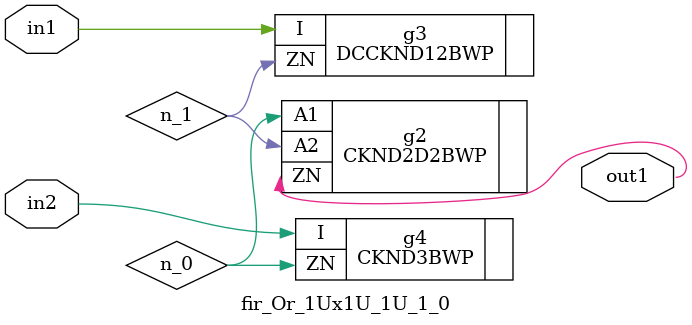
<source format=v>
`timescale 1ps / 1ps


module fir_Or_1Ux1U_1U_1_0(in2, in1, out1);
  input in2, in1;
  output out1;
  wire in2, in1;
  wire out1;
  wire n_0, n_1;
  CKND2D2BWP g2(.A1 (n_0), .A2 (n_1), .ZN (out1));
  DCCKND12BWP g3(.I (in1), .ZN (n_1));
  CKND3BWP g4(.I (in2), .ZN (n_0));
endmodule



</source>
